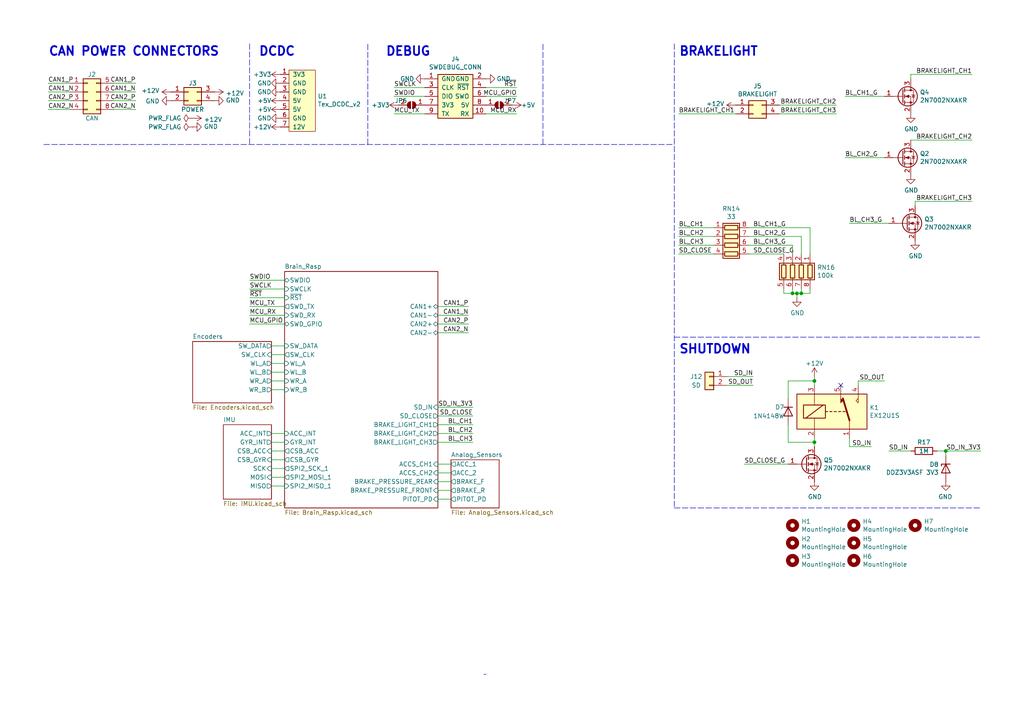
<source format=kicad_sch>
(kicad_sch (version 20211123) (generator eeschema)
  (paper "A4")
  (title_block (title "DAS+ECU") (date "2022-01-10") (rev "v1.0") (company "E-Agle TRT") (comment 1 "Filippo Volpe"))
  (lib_symbols
    (symbol "Connector_Generic:Conn_01x02" (pin_names (offset 1.016) hide)
      (property "Reference" "J" (at 0 2.54 0))
      (property "Value" "Conn_01x02" (at 0 -5.08 0))
      (symbol "Conn_01x02_1_1"
        (rectangle (start -1.27 -2.413) (end 0 -2.667) (stroke (width 0.1524)))
        (rectangle (start -1.27 0.127) (end 0 -0.127) (stroke (width 0.1524)))
        (rectangle (start -1.27 1.27) (end 1.27 -3.81) (stroke (width 0.254)) (fill (type background)))
        (pin passive line (at -5.08 0 0) (length 3.81) (name "Pin_1") (number "1"))
        (pin passive line (at -5.08 -2.54 0) (length 3.81) (name "Pin_2") (number "2"))
      )
    )
    (symbol "Connector_Generic:Conn_02x02_Top_Bottom" (pin_names (offset 1.016) hide)
      (property "Reference" "J" (at 1.27 2.54 0))
      (property "Value" "Conn_02x02_Top_Bottom" (at 1.27 -5.08 0))
      (symbol "Conn_02x02_Top_Bottom_1_1"
        (rectangle (start -1.27 -2.413) (end 0 -2.667) (stroke (width 0.1524)))
        (rectangle (start -1.27 0.127) (end 0 -0.127) (stroke (width 0.1524)))
        (rectangle (start -1.27 1.27) (end 3.81 -3.81) (stroke (width 0.254)) (fill (type background)))
        (rectangle (start 3.81 -2.413) (end 2.54 -2.667) (stroke (width 0.1524)))
        (rectangle (start 3.81 0.127) (end 2.54 -0.127) (stroke (width 0.1524)))
        (pin passive line (at -5.08 0 0) (length 3.81) (name "Pin_1") (number "1"))
        (pin passive line (at -5.08 -2.54 0) (length 3.81) (name "Pin_2") (number "2"))
        (pin passive line (at 7.62 0 180) (length 3.81) (name "Pin_3") (number "3"))
        (pin passive line (at 7.62 -2.54 180) (length 3.81) (name "Pin_4") (number "4"))
      )
    )
    (symbol "Connector_Generic:Conn_02x04_Top_Bottom" (pin_names (offset 1.016) hide)
      (property "Reference" "J" (at 1.27 5.08 0))
      (property "Value" "Conn_02x04_Top_Bottom" (at 1.27 -7.62 0))
      (symbol "Conn_02x04_Top_Bottom_1_1"
        (rectangle (start -1.27 -4.953) (end 0 -5.207) (stroke (width 0.1524)))
        (rectangle (start -1.27 -2.413) (end 0 -2.667) (stroke (width 0.1524)))
        (rectangle (start -1.27 0.127) (end 0 -0.127) (stroke (width 0.1524)))
        (rectangle (start -1.27 2.667) (end 0 2.413) (stroke (width 0.1524)))
        (rectangle (start -1.27 3.81) (end 3.81 -6.35) (stroke (width 0.254)) (fill (type background)))
        (rectangle (start 3.81 -4.953) (end 2.54 -5.207) (stroke (width 0.1524)))
        (rectangle (start 3.81 -2.413) (end 2.54 -2.667) (stroke (width 0.1524)))
        (rectangle (start 3.81 0.127) (end 2.54 -0.127) (stroke (width 0.1524)))
        (rectangle (start 3.81 2.667) (end 2.54 2.413) (stroke (width 0.1524)))
        (pin passive line (at -5.08 2.54 0) (length 3.81) (name "Pin_1") (number "1"))
        (pin passive line (at -5.08 0 0) (length 3.81) (name "Pin_2") (number "2"))
        (pin passive line (at -5.08 -2.54 0) (length 3.81) (name "Pin_3") (number "3"))
        (pin passive line (at -5.08 -5.08 0) (length 3.81) (name "Pin_4") (number "4"))
        (pin passive line (at 7.62 2.54 180) (length 3.81) (name "Pin_5") (number "5"))
        (pin passive line (at 7.62 0 180) (length 3.81) (name "Pin_6") (number "6"))
        (pin passive line (at 7.62 -2.54 180) (length 3.81) (name "Pin_7") (number "7"))
        (pin passive line (at 7.62 -5.08 180) (length 3.81) (name "Pin_8") (number "8"))
      )
    )
    (symbol "Device:D_Zener" (pin_numbers hide) (pin_names (offset 1.016) hide)
      (property "Reference" "D" (at 0 2.54 0))
      (property "Value" "D_Zener" (at 0 -2.54 0))
      (symbol "D_Zener_0_1"
        (polyline (pts (xy 1.27 0) (xy -1.27 0)))
        (polyline (pts (xy -1.27 -1.27) (xy -1.27 1.27) (xy -0.762 1.27)) (stroke (width 0.254)))
        (polyline (pts (xy 1.27 -1.27) (xy 1.27 1.27) (xy -1.27 0) (xy 1.27 -1.27)) (stroke (width 0.254)))
      )
      (symbol "D_Zener_1_1"
        (pin passive line (at -3.81 0 0) (length 2.54) (name "K") (number "1"))
        (pin passive line (at 3.81 0 180) (length 2.54) (name "A") (number "2"))
      )
    )
    (symbol "Device:R" (pin_numbers hide) (pin_names (offset 0))
      (property "Reference" "R" (at 2.032 0 90))
      (property "Value" "R" (at 0 0 90))
      (symbol "R_0_1"
        (rectangle (start -1.016 -2.54) (end 1.016 2.54) (stroke (width 0.254)))
      )
      (symbol "R_1_1"
        (pin passive line (at 0 3.81 270) (length 1.27) (name "~") (number "1"))
        (pin passive line (at 0 -3.81 90) (length 1.27) (name "~") (number "2"))
      )
    )
    (symbol "Device:R_Pack04" (pin_names (offset 0) hide)
      (property "Reference" "RN" (at -7.62 0 90))
      (property "Value" "R_Pack04" (at 5.08 0 90))
      (symbol "R_Pack04_0_1"
        (rectangle (start -6.35 -2.413) (end 3.81 2.413) (stroke (width 0.254)) (fill (type background)))
        (rectangle (start -5.715 1.905) (end -4.445 -1.905) (stroke (width 0.254)))
        (rectangle (start -3.175 1.905) (end -1.905 -1.905) (stroke (width 0.254)))
        (rectangle (start -0.635 1.905) (end 0.635 -1.905) (stroke (width 0.254)))
        (polyline (pts (xy -5.08 -2.54) (xy -5.08 -1.905)))
        (polyline (pts (xy -5.08 1.905) (xy -5.08 2.54)))
        (polyline (pts (xy -2.54 -2.54) (xy -2.54 -1.905)))
        (polyline (pts (xy -2.54 1.905) (xy -2.54 2.54)))
        (polyline (pts (xy 0 -2.54) (xy 0 -1.905)))
        (polyline (pts (xy 0 1.905) (xy 0 2.54)))
        (polyline (pts (xy 2.54 -2.54) (xy 2.54 -1.905)))
        (polyline (pts (xy 2.54 1.905) (xy 2.54 2.54)))
        (rectangle (start 1.905 1.905) (end 3.175 -1.905) (stroke (width 0.254)))
      )
      (symbol "R_Pack04_1_1"
        (pin passive line (at -5.08 -5.08 90) (length 2.54) (name "R1.1") (number "1"))
        (pin passive line (at -2.54 -5.08 90) (length 2.54) (name "R2.1") (number "2"))
        (pin passive line (at 0 -5.08 90) (length 2.54) (name "R3.1") (number "3"))
        (pin passive line (at 2.54 -5.08 90) (length 2.54) (name "R4.1") (number "4"))
        (pin passive line (at 2.54 5.08 270) (length 2.54) (name "R4.2") (number "5"))
        (pin passive line (at 0 5.08 270) (length 2.54) (name "R3.2") (number "6"))
        (pin passive line (at -2.54 5.08 270) (length 2.54) (name "R2.2") (number "7"))
        (pin passive line (at -5.08 5.08 270) (length 2.54) (name "R1.2") (number "8"))
      )
    )
    (symbol "Diode:1N4148W" (pin_numbers hide) (pin_names (offset 1.016) hide)
      (property "Reference" "D" (at 0 2.54 0))
      (property "Value" "1N4148W" (at 0 -2.54 0))
      (symbol "1N4148W_0_1"
        (polyline (pts (xy -1.27 1.27) (xy -1.27 -1.27)) (stroke (width 0.254)))
        (polyline (pts (xy 1.27 0) (xy -1.27 0)))
        (polyline (pts (xy 1.27 1.27) (xy 1.27 -1.27) (xy -1.27 0) (xy 1.27 1.27)) (stroke (width 0.254)))
      )
      (symbol "1N4148W_1_1"
        (pin passive line (at -3.81 0 0) (length 2.54) (name "K") (number "1"))
        (pin passive line (at 3.81 0 180) (length 2.54) (name "A") (number "2"))
      )
    )
    (symbol "Eagle_Main:EX12U1S"
      (property "Reference" "K" (at 11.43 3.81 0))
      (property "Value" "EX12U1S" (at 11.43 1.27 0))
      (symbol "EX12U1S_0_0"
        (polyline (pts (xy -2.54 1.905) (xy -7.62 -1.905)) (stroke (width 0.254)))
      )
      (symbol "EX12U1S_0_1"
        (rectangle (start -10.16 5.08) (end 10.16 -5.08) (stroke (width 0.254)) (fill (type background)))
        (rectangle (start -8.255 1.905) (end -1.905 -1.905) (stroke (width 0.254)))
        (polyline (pts (xy -5.08 -5.08) (xy -5.08 -1.905)))
        (polyline (pts (xy -5.08 5.08) (xy -5.08 1.905)))
        (polyline (pts (xy -1.905 0) (xy -1.27 0)) (stroke (width 0.254)))
        (polyline (pts (xy -0.635 0) (xy 0 0)) (stroke (width 0.254)))
        (polyline (pts (xy 0.635 0) (xy 1.27 0)) (stroke (width 0.254)))
        (polyline (pts (xy 1.905 0) (xy 2.54 0)) (stroke (width 0.254)))
        (polyline (pts (xy 3.175 0) (xy 3.81 0)) (stroke (width 0.254)))
        (polyline (pts (xy 5.08 -2.54) (xy 3.175 3.81)) (stroke (width 0.508)))
        (polyline (pts (xy 5.08 -2.54) (xy 5.08 -5.08)))
        (polyline (pts (xy 2.54 5.08) (xy 2.54 2.54) (xy 3.175 3.175) (xy 2.54 3.81)) (fill (type outline)))
        (polyline (pts (xy 7.62 5.08) (xy 7.62 2.54) (xy 6.985 3.175) (xy 7.62 3.81)))
      )
      (symbol "EX12U1S_1_1"
        (pin passive line (at 5.08 -7.62 90) (length 2.54) (name "~") (number "1"))
        (pin passive line (at -5.08 -7.62 90) (length 2.54) (name "~") (number "2"))
        (pin passive line (at -5.08 7.62 270) (length 2.54) (name "~") (number "3"))
        (pin passive line (at 7.62 7.62 270) (length 2.54) (name "~") (number "4"))
        (pin passive line (at 2.54 7.62 270) (length 2.54) (name "~") (number "5"))
      )
    )
    (symbol "Eagle_Main:SWDEBUG_CONN" (pin_names (offset 1.016))
      (property "Reference" "J" (at 0 7.62 0))
      (property "Value" "SWDEBUG_CONN" (at 0 -7.62 0))
      (symbol "SWDEBUG_CONN_1_1"
        (rectangle (start -5.08 6.35) (end 5.08 -6.35) (stroke (width 0.254)) (fill (type background)))
        (pin passive line (at -8.89 5.08 0) (length 3.81) (name "GND") (number "1"))
        (pin output line (at 8.89 -5.08 180) (length 3.81) (name "RX") (number "10"))
        (pin passive line (at 8.89 5.08 180) (length 3.81) (name "GND") (number "2"))
        (pin output line (at -8.89 2.54 0) (length 3.81) (name "CLK") (number "3"))
        (pin passive line (at 8.89 2.54 180) (length 3.81) (name "~{RST}") (number "4"))
        (pin bidirectional line (at -8.89 0 0) (length 3.81) (name "DIO") (number "5"))
        (pin input line (at 8.89 0 180) (length 3.81) (name "SWO") (number "6"))
        (pin power_out line (at -8.89 -2.54 0) (length 3.81) (name "3V3") (number "7"))
        (pin power_out line (at 8.89 -2.54 180) (length 3.81) (name "5V") (number "8"))
        (pin input line (at -8.89 -5.08 0) (length 3.81) (name "TX") (number "9"))
      )
    )
    (symbol "Eagle_Main:Tex_DCDC_v2" (pin_names (offset 1.016))
      (property "Reference" "U" (at 0 2.54 0))
      (property "Value" "Tex_DCDC_v2" (at 3.81 0 0))
      (symbol "Tex_DCDC_v2_0_1"
        (rectangle (start 0 -1.27) (end 7.62 -19.05) (fill (type background)))
      )
      (symbol "Tex_DCDC_v2_1_1"
        (pin power_out line (at -2.54 -2.54 0) (length 2.54) (name "3V3") (number "1"))
        (pin input line (at -2.54 -5.08 0) (length 2.54) (name "GND") (number "2"))
        (pin input line (at -2.54 -7.62 0) (length 2.54) (name "GND") (number "3"))
        (pin power_out line (at -2.54 -10.16 0) (length 2.54) (name "5V") (number "4"))
        (pin power_out line (at -2.54 -12.7 0) (length 2.54) (name "5V") (number "5"))
        (pin input line (at -2.54 -15.24 0) (length 2.54) (name "GND") (number "6"))
        (pin power_in line (at -2.54 -17.78 0) (length 2.54) (name "12V") (number "7"))
      )
    )
    (symbol "Jumper:SolderJumper_2_Open" (pin_names (offset 0) hide)
      (property "Reference" "JP" (at 0 2.032 0))
      (property "Value" "SolderJumper_2_Open" (at 0 -2.54 0))
      (symbol "SolderJumper_2_Open_0_1"
        (arc (start -0.254 1.016) (mid -1.27 0) (end -0.254 -1.016))
        (arc (start -0.254 1.016) (mid -1.27 0) (end -0.254 -1.016) (fill (type outline)))
        (polyline (pts (xy -0.254 1.016) (xy -0.254 -1.016)))
        (polyline (pts (xy 0.254 1.016) (xy 0.254 -1.016)))
        (arc (start 0.254 -1.016) (mid 1.27 0) (end 0.254 1.016))
        (arc (start 0.254 -1.016) (mid 1.27 0) (end 0.254 1.016) (fill (type outline)))
      )
      (symbol "SolderJumper_2_Open_1_1"
        (pin passive line (at -3.81 0 0) (length 2.54) (name "A") (number "1"))
        (pin passive line (at 3.81 0 180) (length 2.54) (name "B") (number "2"))
      )
    )
    (symbol "Mechanical:MountingHole" (pin_names (offset 1.016))
      (property "Reference" "H" (at 0 5.08 0))
      (property "Value" "MountingHole" (at 0 3.175 0))
      (symbol "MountingHole_0_1"
        (circle (center 0 0) (radius 1.27) (stroke (width 1.27)))
      )
    )
    (symbol "Transistor_FET:2N7002" (pin_names hide)
      (property "Reference" "Q" (at 5.08 1.905 0))
      (property "Value" "2N7002" (at 5.08 0 0))
      (symbol "2N7002_0_1"
        (polyline (pts (xy 0.254 0) (xy -2.54 0)))
        (polyline (pts (xy 0.254 1.905) (xy 0.254 -1.905)) (stroke (width 0.254)))
        (polyline (pts (xy 0.762 -1.27) (xy 0.762 -2.286)) (stroke (width 0.254)))
        (polyline (pts (xy 0.762 0.508) (xy 0.762 -0.508)) (stroke (width 0.254)))
        (polyline (pts (xy 0.762 2.286) (xy 0.762 1.27)) (stroke (width 0.254)))
        (polyline (pts (xy 2.54 2.54) (xy 2.54 1.778)))
        (polyline (pts (xy 2.54 -2.54) (xy 2.54 0) (xy 0.762 0)))
        (polyline (pts (xy 0.762 -1.778) (xy 3.302 -1.778) (xy 3.302 1.778) (xy 0.762 1.778)))
        (polyline (pts (xy 1.016 0) (xy 2.032 0.381) (xy 2.032 -0.381) (xy 1.016 0)) (fill (type outline)))
        (polyline (pts (xy 2.794 0.508) (xy 2.921 0.381) (xy 3.683 0.381) (xy 3.81 0.254)))
        (polyline (pts (xy 3.302 0.381) (xy 2.921 -0.254) (xy 3.683 -0.254) (xy 3.302 0.381)))
        (circle (center 1.651 0) (radius 2.794) (stroke (width 0.254)))
        (circle (center 2.54 -1.778) (radius 0.254) (fill (type outline)))
        (circle (center 2.54 1.778) (radius 0.254) (fill (type outline)))
      )
      (symbol "2N7002_1_1"
        (pin input line (at -5.08 0 0) (length 2.54) (name "G") (number "1"))
        (pin passive line (at 2.54 -5.08 90) (length 2.54) (name "S") (number "2"))
        (pin passive line (at 2.54 5.08 270) (length 2.54) (name "D") (number "3"))
      )
    )
    (symbol "power:+12V" (power) (pin_names (offset 0))
      (property "Value" "+12V" (at 0 3.556 0))
      (symbol "+12V_0_1"
        (polyline (pts (xy -0.762 1.27) (xy 0 2.54)))
        (polyline (pts (xy 0 0) (xy 0 2.54)))
        (polyline (pts (xy 0 2.54) (xy 0.762 1.27)))
      )
      (symbol "+12V_1_1"
        (pin power_in line (at 0 0 90) (length 0) hide (name "+12V") (number "1"))
      )
    )
    (symbol "power:+3.3V" (power) (pin_names (offset 0))
      (property "Value" "+3.3V" (at 0 3.556 0))
      (symbol "+3.3V_0_1"
        (polyline (pts (xy -0.762 1.27) (xy 0 2.54)))
        (polyline (pts (xy 0 0) (xy 0 2.54)))
        (polyline (pts (xy 0 2.54) (xy 0.762 1.27)))
      )
      (symbol "+3.3V_1_1"
        (pin power_in line (at 0 0 90) (length 0) hide (name "+3V3") (number "1"))
      )
    )
    (symbol "power:+5V" (power) (pin_names (offset 0))
      (property "Value" "+5V" (at 0 3.556 0))
      (symbol "+5V_0_1"
        (polyline (pts (xy -0.762 1.27) (xy 0 2.54)))
        (polyline (pts (xy 0 0) (xy 0 2.54)))
        (polyline (pts (xy 0 2.54) (xy 0.762 1.27)))
      )
      (symbol "+5V_1_1"
        (pin power_in line (at 0 0 90) (length 0) hide (name "+5V") (number "1"))
      )
    )
    (symbol "power:GND" (power) (pin_names (offset 0))
      (property "Value" "GND" (at 0 -3.81 0))
      (symbol "GND_0_1"
        (polyline (pts (xy 0 0) (xy 0 -1.27) (xy 1.27 -1.27) (xy 0 -2.54) (xy -1.27 -1.27) (xy 0 -1.27)))
      )
      (symbol "GND_1_1"
        (pin power_in line (at 0 0 270) (length 0) hide (name "GND") (number "1"))
      )
    )
    (symbol "power:PWR_FLAG" (power) (pin_numbers hide) (pin_names (offset 0) hide)
      (property "Value" "PWR_FLAG" (at 0 3.81 0))
      (symbol "PWR_FLAG_0_0"
        (pin power_out line (at 0 0 90) (length 0) (name "pwr") (number "1"))
      )
      (symbol "PWR_FLAG_0_1"
        (polyline (pts (xy 0 0) (xy 0 1.27) (xy -1.016 1.905) (xy 0 2.54) (xy 1.016 1.905) (xy 0 1.27)))
      )
    )
  )
  (junction (at 229.87 85.09))
  (junction (at 236.22 110.49))
  (junction (at 274.32 130.81))
  (junction (at 231.14 85.09))
  (junction (at 236.22 128.27))
  (junction (at 232.41 85.09))
  (no_connect (at 243.84 111.76))
  (wire (pts (xy 72.39 88.9) (xy 82.55 88.9)))
  (wire (pts (xy 264.16 21.59) (xy 281.94 21.59)))
  (wire (pts (xy 236.22 129.54) (xy 236.22 128.27)))
  (wire (pts (xy 207.01 71.12) (xy 196.85 71.12)))
  (wire (pts (xy 246.38 129.54) (xy 252.73 129.54)))
  (wire (pts (xy 137.16 118.11) (xy 127 118.11)))
  (wire (pts (xy 196.85 68.58) (xy 207.01 68.58)))
  (wire (pts (xy 78.74 102.87) (xy 82.55 102.87)))
  (wire (pts (xy 78.74 133.35) (xy 82.55 133.35)))
  (wire (pts (xy 127 144.78) (xy 130.81 144.78)))
  (wire (pts (xy 78.74 105.41) (xy 82.55 105.41)))
  (wire (pts (xy 149.86 27.94) (xy 140.97 27.94)))
  (wire (pts (xy 234.95 85.09) (xy 232.41 85.09)))
  (polyline (pts (xy 140.335 195.58) (xy 140.97 195.58)))
  (wire (pts (xy 130.81 139.7) (xy 127 139.7)))
  (wire (pts (xy 231.14 85.09) (xy 229.87 85.09)))
  (wire (pts (xy 196.85 73.66) (xy 207.01 73.66)))
  (wire (pts (xy 245.11 27.94) (xy 256.54 27.94)))
  (wire (pts (xy 127 125.73) (xy 137.16 125.73)))
  (wire (pts (xy 217.17 68.58) (xy 232.41 68.58)))
  (wire (pts (xy 236.22 110.49) (xy 236.22 109.22)))
  (wire (pts (xy 231.14 86.36) (xy 231.14 85.09)))
  (wire (pts (xy 72.39 93.98) (xy 82.55 93.98)))
  (wire (pts (xy 246.38 129.54) (xy 246.38 127)))
  (wire (pts (xy 232.41 68.58) (xy 232.41 73.66)))
  (wire (pts (xy 274.32 130.81) (xy 271.78 130.81)))
  (wire (pts (xy 127 128.27) (xy 137.16 128.27)))
  (wire (pts (xy 281.94 58.42) (xy 265.43 58.42)))
  (wire (pts (xy 227.33 85.09) (xy 227.33 83.82)))
  (polyline (pts (xy 195.58 147.32) (xy 284.48 147.32)))
  (polyline (pts (xy 12.7 41.91) (xy 195.58 41.91)))
  (polyline (pts (xy 106.68 41.91) (xy 106.68 12.7)))
  (wire (pts (xy 228.6 128.27) (xy 236.22 128.27)))
  (polyline (pts (xy 195.58 97.79) (xy 284.48 97.79)))
  (wire (pts (xy 13.97 24.13) (xy 20.32 24.13)))
  (wire (pts (xy 284.48 130.81) (xy 274.32 130.81)))
  (wire (pts (xy 264.16 21.59) (xy 264.16 22.86)))
  (wire (pts (xy 78.74 130.81) (xy 82.55 130.81)))
  (wire (pts (xy 228.6 123.19) (xy 228.6 128.27)))
  (wire (pts (xy 33.02 31.75) (xy 39.37 31.75)))
  (wire (pts (xy 217.17 73.66) (xy 227.33 73.66)))
  (wire (pts (xy 127 93.98) (xy 135.89 93.98)))
  (wire (pts (xy 264.16 130.81) (xy 257.81 130.81)))
  (wire (pts (xy 229.87 71.12) (xy 229.87 73.66)))
  (wire (pts (xy 13.97 31.75) (xy 20.32 31.75)))
  (wire (pts (xy 137.16 120.65) (xy 127 120.65)))
  (wire (pts (xy 78.74 110.49) (xy 82.55 110.49)))
  (wire (pts (xy 78.74 128.27) (xy 82.55 128.27)))
  (wire (pts (xy 72.39 83.82) (xy 82.55 83.82)))
  (wire (pts (xy 229.87 85.09) (xy 229.87 83.82)))
  (wire (pts (xy 127 96.52) (xy 135.89 96.52)))
  (wire (pts (xy 78.74 107.95) (xy 82.55 107.95)))
  (wire (pts (xy 218.44 111.76) (xy 210.82 111.76)))
  (wire (pts (xy 232.41 85.09) (xy 232.41 83.82)))
  (wire (pts (xy 217.17 71.12) (xy 229.87 71.12)))
  (wire (pts (xy 78.74 138.43) (xy 82.55 138.43)))
  (wire (pts (xy 217.17 66.04) (xy 234.95 66.04)))
  (wire (pts (xy 236.22 128.27) (xy 236.22 127)))
  (polyline (pts (xy 72.39 12.7) (xy 72.39 41.91)))
  (wire (pts (xy 130.81 142.24) (xy 127 142.24)))
  (wire (pts (xy 248.92 110.49) (xy 248.92 111.76)))
  (wire (pts (xy 281.94 40.64) (xy 264.16 40.64)))
  (wire (pts (xy 234.95 83.82) (xy 234.95 85.09)))
  (wire (pts (xy 245.11 45.72) (xy 256.54 45.72)))
  (wire (pts (xy 78.74 125.73) (xy 82.55 125.73)))
  (wire (pts (xy 13.97 26.67) (xy 20.32 26.67)))
  (wire (pts (xy 210.82 109.22) (xy 218.44 109.22)))
  (wire (pts (xy 33.02 29.21) (xy 39.37 29.21)))
  (wire (pts (xy 33.02 26.67) (xy 39.37 26.67)))
  (wire (pts (xy 274.32 132.08) (xy 274.32 130.81)))
  (wire (pts (xy 114.3 25.4) (xy 123.19 25.4)))
  (wire (pts (xy 13.97 29.21) (xy 20.32 29.21)))
  (wire (pts (xy 130.81 137.16) (xy 127 137.16)))
  (wire (pts (xy 228.6 110.49) (xy 236.22 110.49)))
  (wire (pts (xy 140.97 33.02) (xy 149.86 33.02)))
  (wire (pts (xy 242.57 33.02) (xy 226.06 33.02)))
  (wire (pts (xy 72.39 91.44) (xy 82.55 91.44)))
  (wire (pts (xy 228.6 115.57) (xy 228.6 110.49)))
  (wire (pts (xy 127 91.44) (xy 135.89 91.44)))
  (wire (pts (xy 226.06 30.48) (xy 242.57 30.48)))
  (wire (pts (xy 231.14 85.09) (xy 232.41 85.09)))
  (wire (pts (xy 127 88.9) (xy 135.89 88.9)))
  (wire (pts (xy 114.3 27.94) (xy 123.19 27.94)))
  (polyline (pts (xy 157.48 41.91) (xy 157.48 12.7)))
  (wire (pts (xy 196.85 66.04) (xy 207.01 66.04)))
  (wire (pts (xy 78.74 100.33) (xy 82.55 100.33)))
  (wire (pts (xy 78.74 135.89) (xy 82.55 135.89)))
  (wire (pts (xy 265.43 58.42) (xy 265.43 59.69)))
  (wire (pts (xy 130.81 134.62) (xy 127 134.62)))
  (wire (pts (xy 123.19 33.02) (xy 114.3 33.02)))
  (wire (pts (xy 236.22 111.76) (xy 236.22 110.49)))
  (wire (pts (xy 256.54 110.49) (xy 248.92 110.49)))
  (wire (pts (xy 234.95 66.04) (xy 234.95 73.66)))
  (wire (pts (xy 72.39 81.28) (xy 82.55 81.28)))
  (wire (pts (xy 213.36 33.02) (xy 196.85 33.02)))
  (wire (pts (xy 72.39 86.36) (xy 82.55 86.36)))
  (polyline (pts (xy 195.58 12.7) (xy 195.58 147.32)))
  (wire (pts (xy 78.74 113.03) (xy 82.55 113.03)))
  (wire (pts (xy 78.74 140.97) (xy 82.55 140.97)))
  (wire (pts (xy 33.02 24.13) (xy 39.37 24.13)))
  (wire (pts (xy 246.38 64.77) (xy 257.81 64.77)))
  (wire (pts (xy 140.97 25.4) (xy 149.86 25.4)))
  (wire (pts (xy 127 123.19) (xy 137.16 123.19)))
  (wire (pts (xy 229.87 85.09) (xy 227.33 85.09)))
  (wire (pts (xy 215.9 134.62) (xy 228.6 134.62)))
  (text "SHUTDOWN" (at 196.85 102.87 0) (effects (font (size 2.54 2.54) (thickness 0.508) bold) (justify left bottom)))
  (text "CAN POWER CONNECTORS" (at 13.97 16.51 0) (effects (font (size 2.54 2.54) (thickness 0.508) bold) (justify left bottom)))
  (text "DEBUG" (at 111.76 16.51 0) (effects (font (size 2.54 2.54) (thickness 0.508) bold) (justify left bottom)))
  (text "DCDC" (at 74.93 16.51 0) (effects (font (size 2.54 2.54) (thickness 0.508) bold) (justify left bottom)))
  (text "BRAKELIGHT" (at 196.85 16.51 0) (effects (font (size 2.54 2.54) (thickness 0.508) bold) (justify left bottom)))
  (label "CAN1_P" (at 39.37 24.13 180))
  (label "BRAKELIGHT_CH2" (at 281.94 40.64 180))
  (label "SD_CLOSE_G" (at 215.9 134.62 0))
  (label "CAN2_P" (at 135.89 93.98 180))
  (label "SWDIO" (at 72.39 81.28 0))
  (label "BL_CH1" (at 196.85 66.04 0))
  (label "MCU_RX" (at 72.39 91.44 0))
  (label "BL_CH3" (at 196.85 71.12 0))
  (label "~{RST}" (at 149.86 25.4 180))
  (label "MCU_TX" (at 114.3 33.02 0))
  (label "BRAKELIGHT_CH1" (at 281.94 21.59 180))
  (label "BL_CH2" (at 137.16 125.73 180))
  (label "SD_OUT" (at 218.44 111.76 180))
  (label "SWCLK" (at 114.3 25.4 0))
  (label "MCU_GPIO" (at 72.39 93.98 0))
  (label "BL_CH3" (at 137.16 128.27 180))
  (label "BL_CH3_G" (at 246.38 64.77 0))
  (label "BL_CH1_G" (at 218.44 66.04 0))
  (label "BL_CH2_G" (at 218.44 68.58 0))
  (label "CAN1_P" (at 13.97 24.13 0))
  (label "SWCLK" (at 72.39 83.82 0))
  (label "CAN2_N" (at 135.89 96.52 180))
  (label "CAN2_P" (at 39.37 29.21 180))
  (label "CAN1_N" (at 39.37 26.67 180))
  (label "SD_CLOSE" (at 137.16 120.65 180))
  (label "SD_IN" (at 218.44 109.22 180))
  (label "BRAKELIGHT_CH1" (at 196.85 33.02 0))
  (label "BL_CH2_G" (at 245.11 45.72 0))
  (label "SD_IN" (at 257.81 130.81 0))
  (label "SD_CLOSE_G" (at 218.44 73.66 0))
  (label "CAN1_P" (at 135.89 88.9 180))
  (label "SD_IN_3V3" (at 137.16 118.11 180))
  (label "BRAKELIGHT_CH3" (at 242.57 33.02 180))
  (label "BL_CH1" (at 137.16 123.19 180))
  (label "SD_CLOSE" (at 196.85 73.66 0))
  (label "MCU_TX" (at 72.39 88.9 0))
  (label "SD_OUT" (at 256.54 110.49 180))
  (label "SD_IN_3V3" (at 284.48 130.81 180))
  (label "BL_CH3_G" (at 218.44 71.12 0))
  (label "CAN1_N" (at 13.97 26.67 0))
  (label "SD_IN" (at 252.73 129.54 180))
  (label "BRAKELIGHT_CH2" (at 242.57 30.48 180))
  (label "CAN2_N" (at 39.37 31.75 180))
  (label "SWDIO" (at 114.3 27.94 0))
  (label "CAN2_P" (at 13.97 29.21 0))
  (label "CAN2_N" (at 13.97 31.75 0))
  (label "BL_CH2" (at 196.85 68.58 0))
  (label "~{RST}" (at 72.39 86.36 0))
  (label "BRAKELIGHT_CH3" (at 281.94 58.42 180))
  (label "BL_CH1_G" (at 245.11 27.94 0))
  (label "MCU_GPIO" (at 149.86 27.94 180))
  (label "MCU_RX" (at 149.86 33.02 180))
  (label "CAN1_N" (at 135.89 91.44 180))
  (symbol (lib_id "Connector_Generic:Conn_02x04_Top_Bottom") (at 25.4 26.67 0) (unit 1)
    (property "Reference" "J2" (at 26.67 21.59 0))
    (property "Value" "CAN" (at 26.67 34.29 0))
    (property "Footprint" "Connector_Molex:Molex_Micro-Fit_3.0_43045-0800_2x04_P3.00mm_Horizontal" (effects hide))
  )
  (symbol (lib_id "Eagle_Main:SWDEBUG_CONN") (at 132.08 27.94 0)
    (property "Reference" "J4" (at 132.08 17.145 0))
    (property "Value" "SWDEBUG_CONN" (at 132.08 19.4564 0))
    (property "Footprint" "Connector_IDC:IDC-Header_2x05_P2.54mm_Vertical" (effects hide))
  )
  (symbol (lib_id "power:GND") (at 123.19 22.86 270)
    (property "Reference" "#PWR033" (effects hide))
    (property "Value" "GND" (at 118.11 22.86 90))
  )
  (symbol (lib_id "power:GND") (at 140.97 22.86 90)
    (property "Reference" "#PWR035" (effects hide))
    (property "Value" "GND" (at 146.05 22.86 90))
  )
  (symbol (lib_id "power:+3.3V") (at 115.57 30.48 90)
    (property "Reference" "#PWR034" (effects hide))
    (property "Value" "+3.3V" (at 113.03 30.48 90) (effects (justify left)))
  )
  (symbol (lib_id "Connector_Generic:Conn_02x02_Top_Bottom") (at 54.61 26.67 0) (unit 1)
    (property "Reference" "J3" (at 55.88 24.13 0))
    (property "Value" "POWER" (at 55.88 31.75 0))
    (property "Footprint" "Connector_Molex:Molex_Micro-Fit_3.0_43045-0400_2x02_P3.00mm_Horizontal" (effects hide))
  )
  (symbol (lib_id "power:+12V") (at 62.23 26.67 270) (unit 1)
    (property "Reference" "#PWR024" (effects hide))
    (property "Value" "+12V" (at 65.4812 27.051 90) (effects (justify left)))
  )
  (symbol (lib_id "power:+12V") (at 49.53 26.67 90) (unit 1)
    (property "Reference" "#PWR022" (effects hide))
    (property "Value" "+12V" (at 46.2788 26.289 90) (effects (justify left)))
  )
  (symbol (lib_id "power:GND") (at 62.23 29.21 90) (unit 1)
    (property "Reference" "#PWR025" (effects hide))
    (property "Value" "GND" (at 65.4812 29.083 90) (effects (justify right)))
  )
  (symbol (lib_id "power:GND") (at 49.53 29.21 270) (unit 1)
    (property "Reference" "#PWR023" (effects hide))
    (property "Value" "GND" (at 46.2788 29.337 90) (effects (justify right)))
  )
  (symbol (lib_id "Transistor_FET:2N7002") (at 261.62 27.94 0) (unit 1)
    (property "Reference" "Q4" (at 266.8016 26.7716 0) (effects (justify left)))
    (property "Value" "2N7002NXAKR" (at 266.8016 29.083 0) (effects (justify left)))
    (property "Footprint" "Package_TO_SOT_SMD:SOT-23" (effects hide))
    (property "Datasheet" "https://www.onsemi.com/pub/Collateral/NDS7002A-D.PDF" (effects hide))
  )
  (symbol (lib_id "Device:R_Pack04") (at 212.09 71.12 270) (unit 1)
    (property "Reference" "RN14" (at 212.09 60.5282 90))
    (property "Value" "33" (at 212.09 62.8396 90))
    (property "Footprint" "Resistor_SMD:R_Array_Convex_4x0603" (effects hide))
  )
  (symbol (lib_id "Transistor_FET:2N7002") (at 262.89 64.77 0) (unit 1)
    (property "Reference" "Q3" (at 268.0716 63.6016 0) (effects (justify left)))
    (property "Value" "2N7002NXAKR" (at 268.0716 65.913 0) (effects (justify left)))
    (property "Footprint" "Package_TO_SOT_SMD:SOT-23" (effects hide))
    (property "Datasheet" "https://www.onsemi.com/pub/Collateral/NDS7002A-D.PDF" (effects hide))
  )
  (symbol (lib_id "Transistor_FET:2N7002") (at 261.62 45.72 0) (unit 1)
    (property "Reference" "Q2" (at 266.8016 44.5516 0) (effects (justify left)))
    (property "Value" "2N7002NXAKR" (at 266.8016 46.863 0) (effects (justify left)))
    (property "Footprint" "Package_TO_SOT_SMD:SOT-23" (effects hide))
    (property "Datasheet" "https://www.onsemi.com/pub/Collateral/NDS7002A-D.PDF" (effects hide))
  )
  (symbol (lib_id "Device:R_Pack04") (at 229.87 78.74 180) (unit 1)
    (property "Reference" "RN16" (at 236.982 77.5716 0) (effects (justify right)))
    (property "Value" "100k" (at 236.982 79.883 0) (effects (justify right)))
    (property "Footprint" "Resistor_SMD:R_Array_Convex_4x0603" (effects hide))
  )
  (symbol (lib_id "power:GND") (at 231.14 86.36 0) (unit 1)
    (property "Reference" "#PWR0102" (effects hide))
    (property "Value" "GND" (at 231.267 90.7542 0))
  )
  (symbol (lib_id "power:GND") (at 264.16 33.02 0) (unit 1)
    (property "Reference" "#PWR085" (effects hide))
    (property "Value" "GND" (at 264.287 37.4142 0))
  )
  (symbol (lib_id "power:GND") (at 264.16 50.8 0) (unit 1)
    (property "Reference" "#PWR081" (effects hide))
    (property "Value" "GND" (at 264.287 55.1942 0))
  )
  (symbol (lib_id "power:GND") (at 265.43 69.85 0) (unit 1)
    (property "Reference" "#PWR0104" (effects hide))
    (property "Value" "GND" (at 265.557 74.2442 0))
  )
  (symbol (lib_id "Eagle_Main:Tex_DCDC_v2") (at 83.82 19.05 0) (unit 1)
    (property "Reference" "U1" (at 92.1512 27.9146 0) (effects (justify left)))
    (property "Value" "Tex_DCDC_v2" (at 92.1512 30.226 0) (effects (justify left)))
    (property "Footprint" "Eagle_Main:Tex_DCDC_v2_horizontal" (effects hide))
  )
  (symbol (lib_id "power:+3.3V") (at 81.28 21.59 90)
    (property "Reference" "#PWR026" (effects hide))
    (property "Value" "+3.3V" (at 78.74 21.59 90) (effects (justify left)))
  )
  (symbol (lib_id "power:+5V") (at 81.28 29.21 90)
    (property "Reference" "#PWR031" (effects hide))
    (property "Value" "+5V" (at 78.74 29.21 90) (effects (justify left)))
  )
  (symbol (lib_id "power:+5V") (at 81.28 31.75 90)
    (property "Reference" "#PWR032" (effects hide))
    (property "Value" "+5V" (at 78.74 31.75 90) (effects (justify left)))
  )
  (symbol (lib_id "power:GND") (at 81.28 24.13 270)
    (property "Reference" "#PWR029" (effects hide))
    (property "Value" "GND" (at 78.74 24.13 90) (effects (justify right)))
  )
  (symbol (lib_id "power:GND") (at 81.28 26.67 270)
    (property "Reference" "#PWR030" (effects hide))
    (property "Value" "GND" (at 78.74 26.67 90) (effects (justify right)))
  )
  (symbol (lib_id "power:GND") (at 81.28 34.29 270)
    (property "Reference" "#PWR0144" (effects hide))
    (property "Value" "GND" (at 78.74 34.29 90) (effects (justify right)))
  )
  (symbol (lib_id "power:+12V") (at 81.28 36.83 90)
    (property "Reference" "#PWR0147" (effects hide))
    (property "Value" "+12V" (at 78.74 36.83 90) (effects (justify left)))
  )
  (symbol (lib_id "Jumper:SolderJumper_2_Open") (at 119.38 30.48 0) (mirror y)
    (property "Reference" "JP6" (at 118.11 29.21 0) (effects (justify left)))
    (property "Value" "SolderJumper_2_Open" (effects hide))
    (property "Footprint" "Jumper:SolderJumper-2_P1.3mm_Open_RoundedPad1.0x1.5mm" (effects hide))
  )
  (symbol (lib_id "Jumper:SolderJumper_2_Open") (at 144.78 30.48 0)
    (property "Reference" "JP7" (at 146.05 29.21 0) (effects (justify left)))
    (property "Value" "SolderJumper_2_Open" (effects hide))
    (property "Footprint" "Jumper:SolderJumper-2_P1.3mm_Open_RoundedPad1.0x1.5mm" (effects hide))
  )
  (symbol (lib_id "power:+5V") (at 148.59 30.48 270)
    (property "Reference" "#PWR0148" (effects hide))
    (property "Value" "+5V" (at 151.13 30.48 90) (effects (justify left)))
  )
  (symbol (lib_id "power:PWR_FLAG") (at 55.88 34.29 90) (unit 1)
    (property "Reference" "#FLG0101" (effects hide))
    (property "Value" "PWR_FLAG" (at 52.6288 34.29 90) (effects (justify left)))
  )
  (symbol (lib_id "power:+12V") (at 55.88 34.29 270) (unit 1)
    (property "Reference" "#PWR0143" (effects hide))
    (property "Value" "+12V" (at 59.1312 34.671 90) (effects (justify left)))
  )
  (symbol (lib_id "Eagle_Main:EX12U1S") (at 241.3 119.38 0) (unit 1)
    (property "Reference" "K1" (at 252.222 118.2116 0) (effects (justify left)))
    (property "Value" "EX12U1S" (at 252.222 120.523 0) (effects (justify left)))
    (property "Footprint" "Eagle_Main:EX12U1S" (effects hide))
    (property "Datasheet" "https://www.mouser.it/datasheet/2/212/1/relay_ex1_ex2_e-844962.pdf" (effects hide))
  )
  (symbol (lib_id "power:GND") (at 55.88 36.83 90) (unit 1)
    (property "Reference" "#PWR0145" (effects hide))
    (property "Value" "GND" (at 59.1312 36.703 90) (effects (justify right)))
  )
  (symbol (lib_id "power:+12V") (at 236.22 109.22 0) (unit 1)
    (property "Reference" "#PWR0135" (effects hide))
    (property "Value" "+12V" (at 236.22 105.41 0))
  )
  (symbol (lib_id "Diode:1N4148W") (at 228.6 119.38 270)
    (property "Reference" "D7" (at 224.79 118.11 90) (effects (justify left)))
    (property "Value" "1N4148W" (at 218.44 120.65 90) (effects (justify left)))
    (property "Footprint" "Diode_SMD:D_SOD-323" (effects hide))
    (property "Datasheet" "https://www.vishay.com/docs/85748/1n4148w.pdf" (effects hide))
  )
  (symbol (lib_id "Transistor_FET:2N7002") (at 233.68 134.62 0) (unit 1)
    (property "Reference" "Q5" (at 238.8616 133.4516 0) (effects (justify left)))
    (property "Value" "2N7002NXAKR" (at 238.8616 135.763 0) (effects (justify left)))
    (property "Footprint" "Package_TO_SOT_SMD:SOT-23" (effects hide))
    (property "Datasheet" "https://www.onsemi.com/pub/Collateral/NDS7002A-D.PDF" (effects hide))
  )
  (symbol (lib_id "power:GND") (at 236.22 139.7 0) (unit 1)
    (property "Reference" "#PWR0136" (effects hide))
    (property "Value" "GND" (at 236.347 144.0942 0))
  )
  (symbol (lib_id "power:PWR_FLAG") (at 55.88 36.83 90)
    (property "Reference" "#FLG0102" (effects hide))
    (property "Value" "PWR_FLAG" (at 52.6288 36.83 90) (effects (justify left)))
  )
  (symbol (lib_id "Connector_Generic:Conn_01x02") (at 205.74 109.22 0) (mirror y)
    (property "Reference" "J12" (at 201.93 109.22 0))
    (property "Value" "SD" (at 201.93 111.76 0))
    (property "Footprint" "Connector_Molex:Molex_Micro-Fit_3.0_43650-0200_1x02_P3.00mm_Horizontal" (effects hide))
  )
  (symbol (lib_id "Mechanical:MountingHole") (at 247.65 152.4 0) (unit 1)
    (property "Reference" "H4" (at 250.19 151.2316 0) (effects (justify left)))
    (property "Value" "MountingHole" (at 250.19 153.543 0) (effects (justify left)))
    (property "Footprint" "Eagle_Main:MountingHole_3.2mm_M3_ISO14580" (effects hide))
  )
  (symbol (lib_id "Mechanical:MountingHole") (at 247.65 157.48 0) (unit 1)
    (property "Reference" "H5" (at 250.19 156.3116 0) (effects (justify left)))
    (property "Value" "MountingHole" (at 250.19 158.623 0) (effects (justify left)))
    (property "Footprint" "Eagle_Main:MountingHole_3.2mm_M3_ISO14580" (effects hide))
  )
  (symbol (lib_id "Mechanical:MountingHole") (at 229.87 157.48 0) (unit 1)
    (property "Reference" "H2" (at 232.41 156.3116 0) (effects (justify left)))
    (property "Value" "MountingHole" (at 232.41 158.623 0) (effects (justify left)))
    (property "Footprint" "Eagle_Main:MountingHole_3.2mm_M3_ISO14580" (effects hide))
  )
  (symbol (lib_id "Mechanical:MountingHole") (at 229.87 152.4 0) (unit 1)
    (property "Reference" "H1" (at 232.41 151.2316 0) (effects (justify left)))
    (property "Value" "MountingHole" (at 232.41 153.543 0) (effects (justify left)))
    (property "Footprint" "Eagle_Main:MountingHole_3.2mm_M3_ISO14580" (effects hide))
  )
  (symbol (lib_id "Mechanical:MountingHole") (at 247.65 162.56 0) (unit 1)
    (property "Reference" "H6" (at 250.19 161.3916 0) (effects (justify left)))
    (property "Value" "MountingHole" (at 250.19 163.703 0) (effects (justify left)))
    (property "Footprint" "Eagle_Main:MountingHole_3.2mm_M3_ISO14580" (effects hide))
  )
  (symbol (lib_id "Mechanical:MountingHole") (at 229.87 162.56 0) (unit 1)
    (property "Reference" "H3" (at 232.41 161.3916 0) (effects (justify left)))
    (property "Value" "MountingHole" (at 232.41 163.703 0) (effects (justify left)))
    (property "Footprint" "Eagle_Main:MountingHole_3.2mm_M3_ISO14580" (effects hide))
  )
  (symbol (lib_id "Mechanical:MountingHole") (at 265.43 152.4 0) (unit 1)
    (property "Reference" "H7" (at 267.97 151.2316 0) (effects (justify left)))
    (property "Value" "MountingHole" (at 267.97 153.543 0) (effects (justify left)))
    (property "Footprint" "Eagle_Main:MountingHole_3.2mm_M3_ISO14580" (effects hide))
  )
  (symbol (lib_id "Device:D_Zener") (at 274.32 135.89 90) (mirror x)
    (property "Reference" "D8" (at 272.288 134.7216 90) (effects (justify left)))
    (property "Value" "DDZ3V3ASF 3V3" (at 272.288 137.033 90) (effects (justify left)))
    (property "Footprint" "Diode_SMD:D_SOD-323F" (effects hide))
  )
  (symbol (lib_id "Device:R") (at 267.97 130.81 90) (mirror x) (unit 1)
    (property "Reference" "R17" (at 267.97 128.27 90))
    (property "Value" "1M" (at 267.97 130.81 90))
    (property "Footprint" "Resistor_SMD:R_0603_1608Metric" (effects hide))
  )
  (symbol (lib_id "power:GND") (at 274.32 139.7 0) (mirror y) (unit 1)
    (property "Reference" "#PWR0138" (effects hide))
    (property "Value" "GND" (at 274.193 144.0942 0))
  )
  (symbol (lib_id "Connector_Generic:Conn_02x02_Top_Bottom") (at 218.44 30.48 0) (unit 1)
    (property "Reference" "J5" (at 219.71 24.9682 0))
    (property "Value" "BRAKELIGHT" (at 219.71 27.2796 0))
    (property "Footprint" "Connector_Molex:Molex_Micro-Fit_3.0_43045-0400_2x02_P3.00mm_Horizontal" (effects hide))
  )
  (symbol (lib_id "power:+12V") (at 213.36 30.48 90) (unit 1)
    (property "Reference" "#PWR036" (effects hide))
    (property "Value" "+12V" (at 210.1088 30.099 90) (effects (justify left)))
  )
  (sheet (at 82.55 78.74) (size 44.45 68.58)
    (property "Sheet name" "Brain_Rasp" (at 82.55 78.0284 0) (effects (justify left bottom)))
    (property "Sheet file" "Brain_Rasp.kicad_sch" (at 82.55 147.9046 0) (effects (justify left top)))
    (pin "CAN1+" bidirectional (at 127 88.9 0))
    (pin "CAN1-" bidirectional (at 127 91.44 0))
    (pin "CAN2+" bidirectional (at 127 93.98 0))
    (pin "CAN2-" bidirectional (at 127 96.52 0))
    (pin "SWDIO" bidirectional (at 82.55 81.28 180))
    (pin "SWCLK" input (at 82.55 83.82 180))
    (pin "~{RST}" input (at 82.55 86.36 180))
    (pin "SW_DATA" input (at 82.55 100.33 180))
    (pin "SW_CLK" output (at 82.55 102.87 180))
    (pin "WL_A" input (at 82.55 105.41 180))
    (pin "WL_B" input (at 82.55 107.95 180))
    (pin "WR_A" input (at 82.55 110.49 180))
    (pin "WR_B" input (at 82.55 113.03 180))
    (pin "BRAKE_LIGHT_CH1" output (at 127 123.19 0))
    (pin "BRAKE_LIGHT_CH2" output (at 127 125.73 0))
    (pin "BRAKE_LIGHT_CH3" output (at 127 128.27 0))
    (pin "BRAKE_PRESSURE_REAR" input (at 127 139.7 0))
    (pin "BRAKE_PRESSURE_FRONT" input (at 127 142.24 0))
    (pin "SWD_GPIO" bidirectional (at 82.55 93.98 180))
    (pin "ACCS_CH2" input (at 127 137.16 0))
    (pin "ACCS_CH1" input (at 127 134.62 0))
    (pin "SWD_RX" input (at 82.55 91.44 180))
    (pin "SWD_TX" output (at 82.55 88.9 180))
    (pin "CSB_ACC" output (at 82.55 130.81 180))
    (pin "CSB_GYR" output (at 82.55 133.35 180))
    (pin "ACC_INT" input (at 82.55 125.73 180))
    (pin "GYR_INT" input (at 82.55 128.27 180))
    (pin "PITOT_PD" input (at 127 144.78 0))
    (pin "SD_CLOSE" output (at 127 120.65 0))
    (pin "SD_IN" input (at 127 118.11 0))
    (pin "SPI2_MOSI_1" output (at 82.55 138.43 180))
    (pin "SPI2_MISO_1" input (at 82.55 140.97 180))
    (pin "SPI2_SCK_1" output (at 82.55 135.89 180))
  )
  (sheet (at 55.88 99.06) (size 22.86 17.78)
    (property "Sheet name" "Encoders" (at 55.88 98.3484 0) (effects (justify left bottom)))
    (property "Sheet file" "Encoders.kicad_sch" (at 55.88 117.4246 0) (effects (justify left top)))
    (pin "WL_A" output (at 78.74 105.41 0))
    (pin "WL_B" output (at 78.74 107.95 0))
    (pin "WR_A" output (at 78.74 110.49 0))
    (pin "WR_B" output (at 78.74 113.03 0))
    (pin "SW_DATA" output (at 78.74 100.33 0))
    (pin "SW_CLK" input (at 78.74 102.87 0))
  )
  (sheet (at 130.81 133.35) (size 13.97 13.97)
    (property "Sheet name" "Analog_Sensors" (at 130.81 132.6384 0) (effects (justify left bottom)))
    (property "Sheet file" "Analog_Sensors.kicad_sch" (at 130.81 147.9046 0) (effects (justify left top)))
    (pin "ACC_1" output (at 130.81 134.62 180))
    (pin "ACC_2" output (at 130.81 137.16 180))
    (pin "BRAKE_F" output (at 130.81 139.7 180))
    (pin "BRAKE_R" output (at 130.81 142.24 180))
    (pin "PITOT_PD" output (at 130.81 144.78 180))
  )
  (sheet (at 64.77 123.19) (size 13.97 21.59)
    (property "Sheet name" "IMU" (at 64.77 122.4784 0) (effects (justify left bottom)))
    (property "Sheet file" "IMU.kicad_sch" (at 64.77 145.3646 0) (effects (justify left top)))
    (pin "SCK" input (at 78.74 135.89 0))
    (pin "MOSI" input (at 78.74 138.43 0))
    (pin "MISO" output (at 78.74 140.97 0))
    (pin "ACC_INT" output (at 78.74 125.73 0))
    (pin "GYR_INT" output (at 78.74 128.27 0))
    (pin "CSB_ACC" input (at 78.74 130.81 0))
    (pin "CSB_GYR" input (at 78.74 133.35 0))
  )
)
</source>
